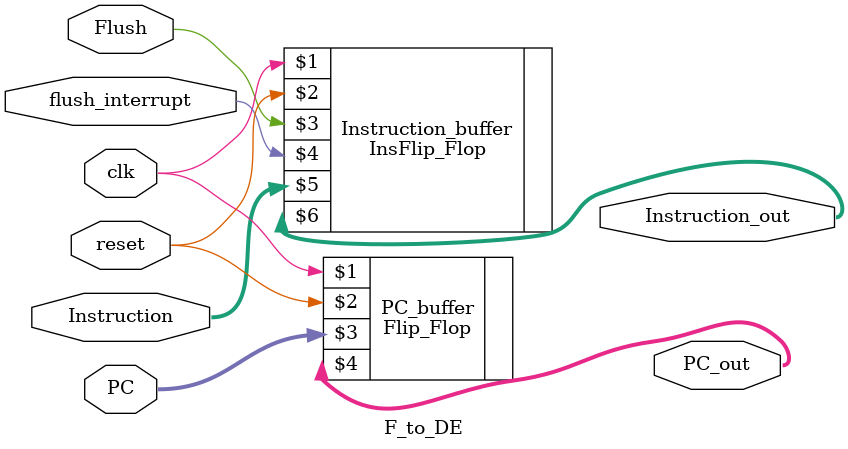
<source format=sv>
module F_to_DE
    (
        input logic clk, reset, Flush, flush_interrupt,
        input logic [31:0] PC, Instruction,
        output logic [31:0] PC_out, Instruction_out
    );

    Flip_Flop #(32) PC_buffer(clk, reset, PC, PC_out);

    InsFlip_Flop #(32) Instruction_buffer(clk, reset, Flush, flush_interrupt, Instruction, Instruction_out);  
    
endmodule
</source>
